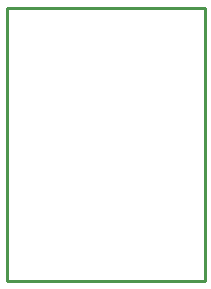
<source format=gbr>
G04 EAGLE Gerber RS-274X export*
G75*
%MOMM*%
%FSLAX34Y34*%
%LPD*%
%IN*%
%IPPOS*%
%AMOC8*
5,1,8,0,0,1.08239X$1,22.5*%
G01*
%ADD10C,0.254000*%


D10*
X0Y0D02*
X168150Y0D01*
X168150Y231040D01*
X0Y231040D01*
X0Y0D01*
M02*

</source>
